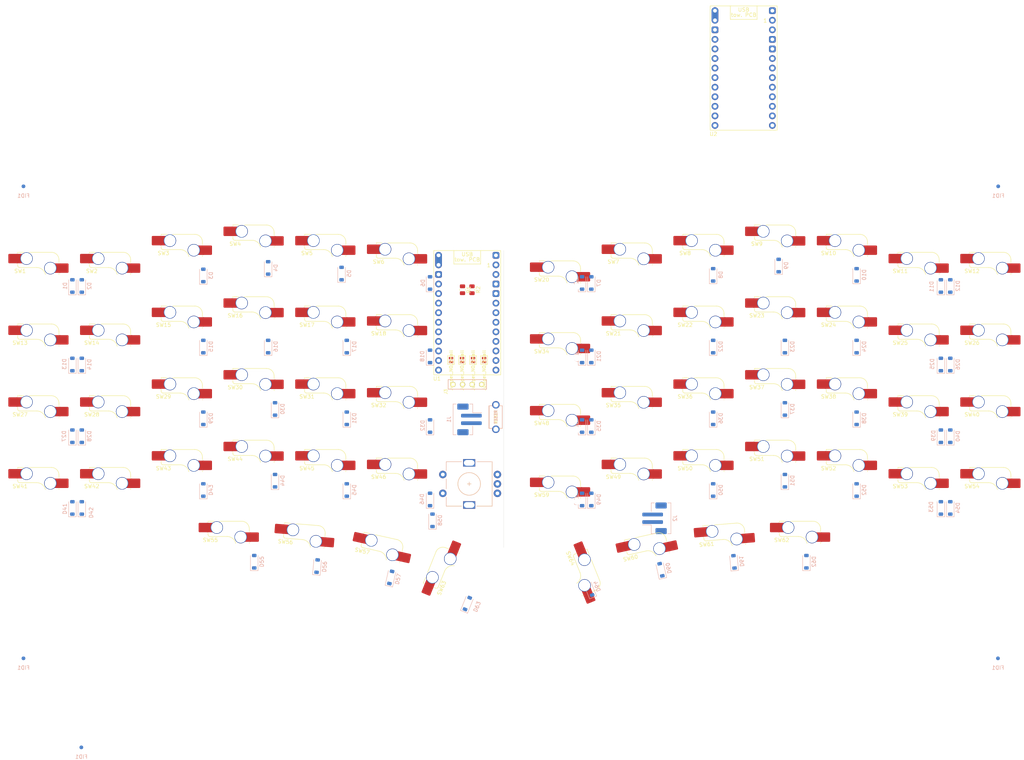
<source format=kicad_pcb>
(kicad_pcb (version 20240108) (generator "pcbnew") (generator_version "8.0")
  (layers (0 "F.Cu" signal) (31 "B.Cu" signal) (34 "B.Paste" user) (35 "F.Paste" user) (36 "B.SilkS" user "B.Silkscreen") (37 "F.SilkS" user "F.Silkscreen") (38 "B.Mask" user) (39 "F.Mask" user) (44 "Edge.Cuts" user))
  (net 0 "")
  (net 1 "COL0")
  (net 2 "COL1")
  (net 3 "COL10")
  (net 4 "COL11")
  (net 5 "COL12")
  (net 6 "COL13")
  (net 7 "COL2")
  (net 8 "COL3")
  (net 9 "COL4")
  (net 10 "COL5")
  (net 11 "COL6")
  (net 12 "COL8")
  (net 13 "COL9")
  (net 14 "N$1")
  (net 15 "N$2")
  (net 16 "N$3")
  (net 17 "N$4")
  (net 18 "COL14")
  (net 19 "N$10")
  (net 20 "N$11")
  (net 21 "N$12")
  (net 22 "N$13")
  (net 23 "N$14")
  (net 24 "N$15")
  (net 25 "N$16")
  (net 26 "N$17")
  (net 27 "N$18")
  (net 28 "N$20")
  (net 29 "N$21")
  (net 30 "N$22")
  (net 31 "N$23")
  (net 32 "N$24")
  (net 33 "N$25")
  (net 34 "N$26")
  (net 35 "N$27")
  (net 36 "N$28")
  (net 37 "N$29")
  (net 38 "N$30")
  (net 39 "N$31")
  (net 40 "N$32")
  (net 41 "ROW0")
  (net 42 "ROW1")
  (net 43 "ROW2")
  (net 44 "ROW3")
  (net 45 "ROW4")
  (net 46 "N$34")
  (net 47 "N$35")
  (net 48 "N$36")
  (net 49 "N$37")
  (net 50 "N$38")
  (net 51 "N$39")
  (net 52 "N$40")
  (net 53 "N$41")
  (net 54 "N$42")
  (net 55 "N$43")
  (net 56 "N$44")
  (net 57 "N$45")
  (net 58 "N$46")
  (net 59 "N$48")
  (net 60 "N$49")
  (net 61 "N$5")
  (net 62 "N$50")
  (net 63 "N$51")
  (net 64 "N$52")
  (net 65 "N$53")
  (net 66 "N$59")
  (net 67 "N$54")
  (net 68 "N$55")
  (net 69 "N$56")
  (net 70 "N$57")
  (net 71 "N$6")
  (net 72 "N$60")
  (net 73 "N$61")
  (net 74 "N$62")
  (net 75 "N$63")
  (net 76 "N$64")
  (net 77 "N$7")
  (net 78 "N$8")
  (net 79 "N$9")
  (net 80 "+BATT")
  (net 81 "GND")
  (net 90 "ROW5")
  (net 102 "ROW7")
  (net 103 "ROW6")
  (net 104 "ROW8")
  (net 105 "ROW9")
  (net 106 "+BATT2")
  (net 109 "VCC")
  (net 110 "Net-(J2-MountPin)")
  (net 111 "SCL")
  (net 112 "SDA")
  (net 113 "RESET")
  (net 114 "Net-(J3-P2)")
  (net 115 "Net-(J3-P3)")
  (net 116 "Net-(J3-P1)")
  (net 117 "Net-(J3-P4)")
  (net 118 "ENCB")
  (net 119 "ENCA")
  (net 120 "Net-(D58-A)")
  (footprint "PCM_marbastlib-mx:SW_MX_HS_CPG151101S11_1u" (layer "F.Cu") (at 179.574824 51.923)
    (property "Reference" "SW7")
    (property "Value" "SW_Push")
  )
  (footprint "PCM_marbastlib-mx:SW_MX_HS_CPG151101S11_1u" (layer "F.Cu") (at 79.13 104.3105)
    (property "Reference" "SW44")
    (property "Value" "SW_Push")
  )
  (footprint "PCM_marbastlib-mx:SW_MX_HS_CPG151101S11_1u" (layer "F.Cu") (at 179.574824 90.023)
    (property "Reference" "SW35")
    (property "Value" "SW_Push")
  )
  (footprint "PCM_marbastlib-mx:SW_MX_HS_CPG151101S11_1u" (layer "F.Cu") (at 179.574824 70.973)
    (property "Reference" "SW21")
    (property "Value" "SW_Push")
  )
  (footprint "PCM_marbastlib-mx:SW_MX_HS_CPG151101S11_1u" (layer "F.Cu") (at 117.23 51.923)
    (property "Reference" "SW6")
    (property "Value" "SW_Push")
  )
  (footprint "PCM_marbastlib-mx:SW_MX_HS_CPG151101S11_1u" (layer "F.Cu") (at 198.624824 68.686999)
    (property "Reference" "SW22")
    (property "Value" "SW_Push")
  )
  (footprint "" (layer "F.Cu") (at 148.87 87.21 90)
    (property "Reference" "")
    (property "Value" "")
  )
  (footprint "PCM_marbastlib-mx:SW_MX_HS_CPG151101S11_1u" (layer "F.Cu") (at 60.08 87.737)
    (property "Reference" "SW29")
    (property "Value" "SW_Push")
  )
  (footprint "marbastlib-xp-promicroish:SuperMini_nRF52840_AH_USBdn" (layer "F.Cu") (at 209.93 -0.01)
    (property "Reference" "U2")
    (property "Value" "SuperMini nRF52840")
  )
  (footprint "PCM_marbastlib-mx:SW_MX_HS_CPG151101S11_1u" (layer "F.Cu") (at 60.08 68.686999)
    (property "Reference" "SW15")
    (property "Value" "SW_Push")
  )
  (footprint "" (layer "F.Cu") (at 218.01 37.42)
    (property "Reference" "")
    (property "Value" "")
  )
  (footprint "" (layer "F.Cu") (at 22.68 181.23)
    (property "Reference" "")
    (property "Value" "")
  )
  (footprint "Resistor_SMD:R_0805_2012Metric" (layer "F.Cu") (at 137.77 57.6 -90)
    (property "Reference" "R2")
    (property "Value" "R")
  )
  (footprint "PCM_marbastlib-mx:SW_MX_HS_CPG151101S11_1u" (layer "F.Cu") (at 21.98 54.3995)
    (property "Reference" "SW1")
    (property "Value" "Rotary_Encoder_Switch")
  )
  (footprint "" (layer "F.Cu") (at 147.34 83.86 90)
    (property "Reference" "")
    (property "Value" "")
  )
  (footprint "" (layer "F.Cu") (at 221.35 135.67 180)
    (property "Reference" "")
    (property "Value" "")
  )
  (footprint "" (layer "F.Cu") (at 81.44 37.42)
    (property "Reference" "")
    (property "Value" "")
  )
  (footprint "" (layer "F.Cu") (at 225.76 135.67 180)
    (property "Reference" "")
    (property "Value" "")
  )
  (footprint "PCM_marbastlib-mx:SW_MX_HS_CPG151101S11_1u" (layer "F.Cu") (at 41.03 73.4495)
    (property "Reference" "SW14")
    (property "Value" "SW_Push")
  )
  (footprint "SofleKeyboard-footprint:RotaryEncoder_Alps_EC11E-Switch_Vertical_H20mm-keebio_modified" (layer "F.Cu") (at 137.023811 109.172125 180)
    (property "Reference" "SW99" (hide yes))
    (property "Value" "Rotary_Encoder_Switch")
  )
  (footprint "" (layer "F.Cu") (at 80.34 37.42)
    (property "Reference" "")
    (property "Value" "")
  )
  (footprint "PCM_marbastlib-mx:SW_MX_HS_CPG151101S11_1u" (layer "F.Cu") (at 21.98 111.5495)
    (property "Reference" "SW41")
    (property "Value" "SW_Push")
  )
  (footprint "PCM_marbastlib-mx:SW_MX_HS_CPG151101S11_1u" (layer "F.Cu") (at 79.13 66.2105)
    (property "Reference" "SW16")
    (property "Value" "SW_Push")
  )
  (footprint "PCM_marbastlib-mx:SW_MX_HS_CPG151101S11_1u" (layer "F.Cu") (at 274.824824 54.3995)
    (property "Reference" "SW12")
    (property "Value" "SW_Push")
  )
  (footprint "PCM_marbastlib-mx:SW_MX_HS_CPG151101S11_1u" (layer "F.Cu") (at 117.23 90.023)
    (property "Reference" "SW32")
    (property "Value" "SW_Push")
  )
  (footprint "PCM_marbastlib-mx:SW_MX_HS_CPG151101S11_1u" (layer "F.Cu") (at 274.824824 111.5495)
    (property "Reference" "SW54")
    (property "Value" "SW_Push")
  )
  (footprint "PCM_marbastlib-mx:SW_MX_HS_CPG151101S11_1u" (layer "F.Cu") (at 236.724824 68.686999)
    (property "Reference" "SW24")
    (property "Value" "SW_Push")
  )
  (footprint "" (layer "F.Cu") (at 148.87 82.8 90)
    (property "Reference" "")
    (property "Value" "")
  )
  (footprint "PCM_marbastlib-mx:SW_MX_HS_CPG151101S11_1.25u" (layer "F.Cu") (at 132.92 133.55 68)
    (property "Reference" "SW63")
    (property "Value" "SW_Push")
  )
  (footprint "" (layer "F.Cu") (at 147.34 84.97 90)
    (property "Reference" "")
    (property "Value" "")
  )
  (footprint "PCM_marbastlib-mx:SW_MX_HS_CPG151101S11_1u" (layer "F.Cu") (at 98.18 68.686999)
    (property "Reference" "SW17")
    (property "Value" "SW_Push")
  )
  (footprint "" (layer "F.Cu") (at 148.87 83.91 90)
    (property "Reference" "")
    (property "Value" "")
  )
  (footprint "PCM_marbastlib-mx:SW_MX_HS_CPG151101S11_1u" (layer "F.Cu") (at 160.524824 94.7855)
    (property "Reference" "SW48")
    (property "Value" "SW_Push")
  )
  (footprint "" (layer "F.Cu") (at 147.34 82.75 90)
    (property "Reference" "")
    (property "Value" "")
  )
  (footprint "PCM_marbastlib-mx:SW_MX_HS_CPG151101S11_1u" (layer "F.Cu") (at 98.18 106.787)
    (property "Reference" "SW45")
    (property "Value" "SW_Push")
  )
  (footprint "" (layer "F.Cu") (at 72.94 135.67 180)
    (property "Reference" "")
    (property "Value" "")
  )
  (footprint "" (layer "F.Cu") (at 79.23 37.42)
    (property "Reference" "")
    (property "Value" "")
  )
  (footprint "" (layer "F.Cu") (at 74.05 135.67 180)
    (property "Reference" "")
    (property "Value" "")
  )
  (footprint "PCM_marbastlib-mx:SW_MX_HS_CPG151101S11_1u" (layer "F.Cu") (at 41.03 54.3995)
    (property "Reference" "SW2")
    (property "Value" "Rotary_Encoder_Switch")
  )
  (footprint "PCM_marbastlib-mx:SW_MX_HS_CPG151101S11_1u" (layer "F.Cu") (at 79.13 85.2605)
    (property "Reference" "SW30")
    (property "Value" "SW_Push")
  )
  (footprint "" (layer "F.Cu") (at 148.87 85.02 90)
    (property "Reference" "")
    (property "Value" "")
  )
  (footprint "PCM_marbastlib-mx:SW_MX_HS_CPG151101S11_1u" (layer "F.Cu") (at 217.674824 66.2105)
    (property "Reference" "SW23")
    (property "Value" "SW_Push")
  )
  (footprint "" (layer "F.Cu") (at 20.46 181.23)
    (property "Reference" "")
    (property "Value" "")
  )
  (footprint "PCM_marbastlib-mx:SW_MX_HS_CPG151101S11_1u" (layer "F.Cu") (at 98.18 87.737)
    (property "Reference" "SW31")
    (property "Value" "SW_Push")
  )
  (footprint "PCM_marbastlib-mx:SW_MX_HS_CPG151101S11_1u" (layer "F.Cu") (at 217.674824 47.1605)
    (property "Reference" "SW9")
    (property "Value" "SW_Push")
  )
  (footprint "PCM_marbastlib-mx:SW_MX_HS_CPG151101S11_1u" (layer "F.Cu") (at 198.624824 106.787)
    (property "Reference" "SW50")
    (property "Value" "SW_Push")
  )
  (footprint "PCM_marbastlib-mx:SW_MX_HS_CPG151101S11_1u" (layer "F.Cu") (at 204.480484 126.638072 4.6)
    (property "Reference" "SW61")
    (property "Value" "SW_Push")
  )
  (footprint "" (layer "F.Cu") (at 214.71 37.42)
    (property "Reference" "")
    (property "Value" "")
  )
  (footprint "PCM_marbastlib-mx:SW_MX_HS_CPG151101S11_1u" (layer "F.Cu") (at 117.23 70.973)
    (property "Reference" "SW18")
    (property "Value" "SW_Push")
  )
  (footprint "PCM_marbastlib-mx:SW_MX_HS_CPG151101S11_1u" (layer "F.Cu") (at 160.524824 113.8355)
    (property "Reference" "SW59")
    (property "Value" "SW_Push")
  )
  (footprint "PCM_marbastlib-mx:SW_MX_HS_CPG151101S11_1u" (layer "F.Cu") (at 255.774824 111.5495)
    (property "Reference" "SW53")
    (property "Value" "SW_Push")
  )
  (footprint "PCM_marbastlib-mx:SW_MX_HS_CPG151101S11_1u" (layer "F.Cu") (at 60.08 49.637)
    (property "Reference" "SW3")
    (property "Value" "RotaryEncoder_Switch")
  )
  (footprint "" (layer "F.Cu") (at 82.53 37.42)
    (property "Reference" "")
    (property "Value" "")
  )
  (footprint "SofleKeyboard-footprint:TACT_SWITCH_TVBP06" (layer "F.Cu") (at 144.11 91.41 90)
    (property "Reference" "RSW1" (hide yes))
    (property "Value" "SW_RST" (hide yes))
  )
  (footprint "" (layer "F.Cu") (at 216.92 37.42)
    (property "Reference" "")
    (property "Value" "")
  )
  (footprint "PCM_marbastlib-mx:SW_MX_HS_CPG151101S11_1u" (layer "F.Cu") (at 117.23 109.073)
    (property "Reference" "SW46")
    (property "Value" "SW_Push")
  )
  (footprint "" (layer "F.Cu") (at 70.75 135.67 180)
    (property "Reference" "")
    (property "Value" "")
  )
  (footprint "PCM_marbastlib-mx:SW_MX_HS_CPG151101S11_1u" (layer "F.Cu") (at 21.98 73.4495)
    (property "Reference" "SW13")
    (property "Value" "SW_Push")
  )
  (footprint "PCM_marbastlib-mx:SW_MX_HS_CPG151101S11_1u" (layer "F.Cu") (at 255.774824 54.3995)
    (property "Reference" "SW11")
    (property "Value" "SW_Push")
  )
  (footprint "" (layer "F.Cu") (at 222.44 135.67 180)
    (property "Reference" "")
    (property "Value" "")
  )
  (footprint "" (layer "F.Cu") (at 78.12 37.42)
    (property "Reference" "")
    (property "Value" "")
  )
  (footprint "PCM_marbastlib-mx:SW_MX_HS_CPG151101S11_1u" (layer "F.Cu") (at 79.13 47.1605)
    (property "Reference" "SW4")
    (property "Value" "SW_Push")
  )
  (footprint "PCM_marbastlib-mx:SW_MX_HS_CPG151101S11_1.25u" (layer "F.Cu") (at 163.884824 133.55 -68)
    (property "Reference" "SW64")
    (property "Value" "SW_Push")
  )
  (footprint "" (layer "F.Cu") (at 148.87 86.12 90)
    (property "Reference" "")
    (property "Value" "")
  )
  (footprint "PCM_marbastlib-mx:SW_MX_HS_CPG151101S11_1u" (layer "F.Cu") (at 255.774824 73.4495)
    (property "Reference" "SW25")
    (property "Value" "SW_Push")
  )
  (footprint "" (layer "F.Cu") (at 18.27 181.23)
    (property "Reference" "")
    (property "Value" "")
  )
  (footprint "PCM_marbastlib-mx:SW_MX_HS_CPG151101S11_1u" (layer "F.Cu") (at 98.18 49.637)
    (property "Reference" "SW5")
    (property "Value" "SW_Push")
  )
  (footprint "" (layer "F.Cu") (at 147.34 87.16 90)
    (property "Reference" "")
    (property "Value" "")
  )
  (footprint "Resistor_SMD:R_0805_2012Metric" (layer "F.Cu") (at 135.25 57.6 -90)
    (property "Reference" "R1")
    (property "Value" "R")
  )
  (footprint "PCM_marbastlib-mx:SW_MX_HS_CPG151101S11_1u" (layer "F.Cu") (at 236.724824 106.787)
    (property "Reference" "SW52")
    (property "Value" "SW_Push")
  )
  (footprint "PCM_marbastlib-mx:SW_MX_HS_CPG151101S11_1u" (layer "F.Cu") (at 112.390416 129.659987 -12.5)
    (property "Reference" "SW57")
    (property "Value" "SW_Push")
  )
  (footprint "PCM_marbastlib-mx:SW_MX_HS_CPG151101S11_1u" (layer "F.Cu") (at 92.32434 126.638072 -4.6)
    (property "Reference" "SW56")
    (property "Value" "SW_Push")
  )
  (footprint "PCM_marbastlib-mx:SW_MX_HS_CPG151101S11_1u" (layer "F.Cu") (at 160.524824 75.7355)
    (property "Reference" "SW34")
    (property "Value" "SW_Push")
  )
  (footprint "PCM_marbastlib-mx:SW_MX_HS_CPG151101S11_1u" (layer "F.Cu") (at 160.524824 56.6855)
    (property "Reference" "SW20")
    (property "Value" "SW_Push")
  )
  (footprint "PCM_marbastlib-mx:SW_MX_HS_CPG151101S11_1u" (layer "F.Cu") (at 236.724824 87.737)
    (property "Reference" "SW38")
    (property "Value" "SW_Push")
  )
  (footprint "" (layer "F.Cu") (at 224.65 135.67 180)
    (property "Reference" "")
    (property "Value" "")
  )
  (footprint "PCM_marbastlib-mx:SW_MX_HS_CPG151101S11_1u" (layer "F.Cu") (at 179.574824 109.073)
    (property "Reference" "SW49")
    (property "Value" "SW_Push")
  )
  (footprint "PCM_marbastlib-mx:SW_MX_HS_CPG151101S11_1u" (layer "F.Cu") (at 184.414408 129.659987 12.5)
    (property "Reference" "SW60")
    (property "Value" "SW_Push")
  )
  (footprint "SofleKeyboard-footprint:Jumper" (layer "F.Cu") (at 132.202 76.26038 90)
    (property "Reference" "JP1" (hide yes))
    (property "Value" "Jumper_NO_Small")
  )
  (footprint "" (layer "F.Cu") (at 213.6 37.42)
    (property "Reference" "")
    (property "Value" "")
  )
  (footprint "PCM_marbastlib-mx:SW_MX_HS_CPG151101S11_1u" (layer "F.Cu") (at 60.08 106.787)
    (property "Reference" "SW43")
    (property "Value" "SW_Push")
  )
  (footprint "SofleKeyboard-footprint:Jumper" (layer "F.Cu") (at 138.058 76.26038 90)
    (property "Reference" "JP3" (hide yes))
    (property "Value" "Jumper_NO_Small")
  )
  (footprint "" (layer "F.Cu") (at 147.34 86.07 90)
    (property "Reference" "")
    (property "Value" "")
  )
  (footprint "" (layer "F.Cu") (at 223.54 135.67 180)
    (property "Reference" "")
    (property "Value" "")
  )
  (footprint "SofleKeyboard-footprint:Jumper" (layer "F.Cu") (at 140.986 76.26038 90)
    (property "Reference" "JP4" (hide yes))
    (property "Value" "Jumper_NO_Small")
  )
  (footprint "" (layer "F.Cu") (at 71.84 135.67 180)
    (property "Reference" "")
    (property "Value" "")
  )
  (footprint "PCM_marbastlib-mx:SW_MX_HS_CPG151101S11_1u" (layer "F.Cu") (at 21.98 92.4995)
    (property "Reference" "SW27")
    (property "Value" "SW_Push")
  )
  (footprint "PCM_marbastlib-mx:SW_MX_HS_CPG151101S11_1u" (layer "F.Cu") (at 72.53 125.837)
    (property "Reference" "SW55")
    (property "Value" "SW_Push")
  )
  (footprint "PCM_marbastlib-mx:SW_MX_HS_CPG151101S11_1u" (layer "F.Cu") (at 224.274824 125.837)
    (property "Reference" "SW62")
    (property "Value" "SW_Push")
  )
  (footprint "PCM_marbastlib-mx:SW_MX_HS_CPG151101S11_1u" (layer "F.Cu") (at 198.624824 49.637)
    (property "Reference" "SW8")
    (property "Value" "SW_Push")
  )
  (footprint "" (layer "F.Cu") (at 19.36 181.23)
    (property "Reference" "")
    (property "Value" "")
  )
  (footprint "PCM_marbastlib-mx:SW_MX_HS_CPG151101S11_1u" (layer "F.Cu") (at 217.674824 85.2605)
    (property "Reference" "SW37")
    (property "Value" "SW_Push")
  )
  (footprint "SofleKeyboard-footprint:Jumper" (layer "F.Cu") (at 135.13 76.26038 90)
    (property "Reference" "JP2" (hide yes))
    (property "Value" "Jumper_NO_Small")
  )
  (footprint "PCM_marbastlib-mx:SW_MX_HS_CPG151101S11_1u" (layer "F.Cu") (at 274.824824 92.4995)
    (property "Reference" "SW40")
    (property "Value" "SW_Push")
  )
  (footprint "PCM_marbastlib-mx:SW_MX_HS_CPG151101S11_1u" (layer "F.Cu") (at 41.03 92.4995)
    (property "Reference" "SW28")
    (property "Value" "SW_Push")
  )
  (footprint "PCM_marbastlib-mx:SW_MX_HS_CPG151101S11_1u" (layer "F.Cu") (at 274.824824 73.4495)
    (property "Reference" "SW26")
    (property "Value" "SW_Push")
  )
  (footprint "PCM_marbastlib-mx:SW_MX_HS_CPG151101S11_1u" (layer "F.Cu") (at 236.724824 49.637)
    (property "Reference" "SW10")
    (property "Value" "SW_Push")
  )
  (footprint "PCM_marbastlib-mx:SW_MX_HS_CPG151101S11_1u" (layer "F.Cu") (at 41.03 111.5495)
    (property "Reference" "SW42")
    (property "Value" "SW_Push")
  )
  (footprint "" (layer "F.Cu") (at 215.82 37.42)
    (property "Reference" "")
    (property "Value" "")
  )
  (footprint "PCM_marbastlib-mx:SW_MX_HS_CPG151101S11_1u" (layer "F.Cu") (at 255.774824 92.4995)
    (property "Reference" "SW39")
    (property "Value" "SW_Push")
  )
  (footprint "" (layer "F.Cu") (at 21.57 181.23)
    (property "Reference" "")
    (property "Value" "")
  )
  (footprint "SofleKeyboard-footprint:OLED_4Pin" (layer "F.Cu") (at 132.72 82.75)
    (property "Reference" "J3")
    (property "Value" "OLED" (hide yes))
  )
  (footprint "" (layer "F.Cu") (at 75.16 135.67 180)
    (property "Reference" "")
    (property "Value" "")
  )
  (footprint "marbastlib-xp-promicroish:SuperMini_nRF52840_AH_USBdn" (layer "F.Cu") (at 136.51 64.9675)
    (property "Reference" "U1")
    (property "Value" "SuperMini nRF52840")
  )
  (footprint "PCM_marbastlib-mx:SW_MX_HS_CPG151101S11_1u" (layer "F.Cu") (at 198.624824 87.737)
    (property "Reference" "SW36")
    (property "Value" "SW_Push")
  )
  (footprint "PCM_marbastlib-mx:SW_MX_HS_CPG151101S11_1u" (layer "F.Cu") (at 217.674824 104.3105)
    (property "Reference" "SW51")
    (property "Value" "SW_Push")
  )
  (footprint "Diode_SMD:D_SOD-123" (layer "B.Cu") (at 201.83 53.637 90)
    (property "Reference" "D8")
    (property "Value" "D")
  )
  (footprint "Diode_SMD:D_SOD-123" (layer "B.Cu") (at 66.41 72.686999 90)
    (property "Reference" "D15")
    (property "Value" "D")
  )
  (footprint "Diode_SMD:D_SOD-123" (layer "B.Cu") (at 167.0125 93.7995 90)
    (property "Reference" "D48")
    (property "Value" "D")
  )
  (footprint "Diode_SMD:D_SOD-123" (layer "B.Cu") (at 187.969676 131.974131 102.5)
    (property "Reference" "D60")
    (property "Value" "D")
  )
  (footprint "Diode_SMD:D_SOD-123" (layer "B.Cu") (at 31.63 56.5995 90)
    (property "Reference" "D1")
    (property "Value" "D")
  )
  (footprint "Diode_SMD:D_SOD-123" (layer "B.Cu") (at 136.540042 140.945787 68)
    (property "Reference" "D63")
    (property "Value" "D")
  )
  (footprint "Diode_SMD:D_SOD-123" (layer "B.Cu") (at 126.63 75.2995 90)
    (property "Reference" "D18")
    (property "Value" "D")
  )
  (footprint "Diode_SMD:D_SOD-123" (layer "B.Cu") (at 239.93 91.737 90)
    (property "Reference" "D38")
    (property "Value" "D")
  )
  (footprint "Diode_SMD:D_SOD-123" (layer "B.Cu") (at 34.13 77.4495 90)
    (property "Reference" "D14")
    (property "Value" "D")
  )
  (footprint "Diode_SMD:D_SOD-123" (layer "B.Cu") (at 66.41 110.787 90)
    (property "Reference" "D43")
    (property "Value" "D")
  )
  (footprint "Diode_SMD:D_SOD-123" (layer "B.Cu") (at 167.0125 113.2995 90)
    (property "Reference" "D59")
    (property "Value" "D")
  )
  (footprint "Diode_SMD:D_SOD-123" (layer "B.Cu") (at 85.46 108.3105 90)
    (property "Reference" "D44")
    (property "Value" "D")
  )
  (footprint "Diode_SMD:D_SOD-123" (layer "B.Cu") (at 167.0125 55.7995 90)
    (property "Reference" "D20")
    (property "Value" "D")
  )
  (footprint "Fiducial:Fiducial_1mm_Dia_2.54mm_Outer_CopperTop" (layer "B.Cu") (at 34.01 179.15)
    (property "Reference" "FID1")
    (property "Value" "Fiducial")
  )
  (footprint "Diode_SMD:D_SOD-123" (layer "B.Cu") (at 83.63 72.686999 90)
    (property "Reference" "D16")
    (property "Value" "D")
  )
  (footprint "Diode_SMD:D_SOD-123" (layer "B.Cu") (at 264.8125 96.4995 90)
    (property "Reference" "D40")
    (property "Value" "D")
  )
  (footprint "Diode_SMD:D_SOD-123" (layer "B.Cu") (at 239.93 110.787 90)
    (property "Reference" "D52")
    (property "Value" "D")
  )
  (footprint "Connector_JST:JST_PH_B2B-PH-SM4-TB_1x02-1MP_P2.00mm_Vertical" (layer "B.Cu") (at 137.11 92.04 -90)
    (property "Reference" "J1")
    (property "Value" "Battery")
  )
  (footprint "Diode_SMD:D_SOD-123" (layer "B.Cu") (at 116.19 134.0195 77.5)
    (property "Reference" "D57")
    (property "Value" "D")
  )
  (footprint "Diode_SMD:D_SOD-123" (layer "B.Cu") (at 169.060145 137.139784 112)
    (property "Reference" "D64")
    (property "Value" "D")
  )
  (footprint "Diode_SMD:D_SOD-123" (layer "B.Cu") (at 262.3125 96.4995 90)
    (property "Reference" "D39")
    (property "Value" "D")
  )
  (footprint "Diode_SMD:D_SOD-123" (layer "B.Cu") (at 201.83 110.787 90)
    (property "Reference" "D50")
    (property "Value" "D")
  )
  (footprint "Diode_SMD:D_SOD-123" (layer "B.Cu") (at 126.63 93.7995 90)
    (property "Reference" "D32")
    (property "Value" "D")
  )
  (footprint "Diode_SMD:D_SOD-123" (layer "B.Cu") (at 127.28 118.8375 90)
    (property "Reference" "D58")
    (property "Value" "D")
  )
  (footprint "Diode_SMD:D_SOD-123" (layer "B.Cu") (at 262.3125 77.4495 90)
    (property "Reference" "D25")
    (property "Value" "D")
  )
  (footprint "Diode_SMD:D_SOD-123" (layer "B.Cu") (at 226.595 129.837 90)
    (property "Reference" "D62")
    (property "Value" "D")
  )
  (footprint "Diode_SMD:D_SOD-123" (layer "B.Cu") (at 126.63 113.2995 90)
    (property "Reference" "D46")
    (property "Value" "D")
  )
  (footprint "Diode_SMD:D_SOD-123" (layer "B.Cu") (at 220.88 72.686999 90)
    (property "Reference" "D23")
    (property "Value" "D")
  )
  (footprint "Diode_SMD:D_SOD-123" (layer "B.Cu") (at 169.4625 75.2995 90)
    (property "Reference" "D21")
    (property "Value" "D")
  )
  (footprint "Diode_SMD:D_SOD-123" (layer "B.Cu") (at 104.51 72.686999 90)
    (property "Reference" "D17")
    (property "Value" "D")
  )
  (footprint "Diode_SMD:D_SOD-123" (layer "B.Cu") (at 239.93 72.686999 90)
    (property "Reference" "D24")
    (property "Value" "D")
  )
  (footprint "Diode_SMD:D_SOD-123" (layer "B.Cu") (at 207.356772 129.871713 95)
    (property "Reference" "D61")
    (property "Value" "D")
  )
  (footprint "Diode_SMD:D_SOD-123" (layer "B.Cu") (at 104.51 110.787 90)
    (property "Reference" "D45")
    (property "Value" "D")
  )
  (footprint "Diode_SMD:D_SOD-123" (layer "B.Cu") (at 264.8125 115.5495 90)
    (property "Reference" "D54")
    (property "Value" "D")
  )
  (footprint "Fiducial:Fiducial_1mm_Dia_2.54mm_Outer_CopperTop" (layer "B.Cu") (at 277.540018 30.135)
    (property "Reference" "FID1")
    (property "Value" "Fiducial")
  )
  (footprint "Fiducial:Fiducial_1mm_Dia_2.54mm_Outer_CopperTop" (layer "B.Cu") (at 18.64 30.135)
    (property "Reference" "FID1")
    (property "Value" "Fiducial")
  )
  (footprint "Fiducial:Fiducial_1mm_Dia_2.54mm_Outer_CopperTop" (layer "B.Cu") (at 277.47 155.5)
    (property "Reference" "FID1")
    (property "Value" "Fiducial")
  )
  (footprint "Diode_SMD:D_SOD-123" (layer "B.Cu") (at 31.63 77.4495 90)
    (property "Reference" "D13")
    (property "Value" "D")
  )
  (footprint "Diode_SMD:D_SOD-123" (layer "B.Cu") (at 239.93 53.637 90)
    (property "Reference" "D10")
    (property "Value" "D")
  )
  (footprint "Diode_SMD:D_SOD-123" (layer "B.Cu") (at 34.13 56.5995 90)
    (property "Reference" "D2")
    (property "Value" "D")
  )
  (footprint "Diode_SMD:D_SOD-123" (layer "B.Cu") (at 85.46 89.2605 90)
    (property "Reference" "D30")
    (property "Value" "D")
  )
  (footprint "Diode_SMD:D_SOD-123" (layer "B.Cu") (at 31.63 96.4995 90)
    (property "Reference" "D27")
    (property "Value" "D")
  )
  (footprint "Diode_SMD:D_SOD-123" (layer "B.Cu") (at 66.41 91.737 90)
    (property "Reference" "D29")
    (property "Value" "D")
  )
  (footprint "Diode_SMD:D_SOD-123" (layer "B.Cu") (at 31.63 115.5495 90)
    (property "Reference" "D41")
    (property "Value" "D")
  )
  (footprint "Diode_SMD:D_SOD-123" (layer "B.Cu") (at 126.63 55.7995 90)
    (property "Reference" "D6")
    (property "Value" "D")
  )
  (footprint "Diode_SMD:D_SOD-123" (layer "B.Cu") (at 264.8125 56.5995 90)
    (property "Reference" "D12")
    (property "Value" "D")
  )
  (footprint "Diode_SMD:D_SOD-123" (layer "B.Cu") (at 169.4625 55.7995 90)
    (property "Reference" "D7")
    (property "Value" "D")
  )
  (footprint "Diode_SMD:D_SOD-123" (layer "B.Cu") (at 201.83 72.686999 90)
    (property "Reference" "D22")
    (property "Value" "D")
  )
  (footprint "Fiducial:Fiducial_1mm_Dia_2.54mm_Outer_CopperTop" (layer "B.Cu") (at 18.64 155.5)
    (property "Reference" "FID1")
    (property "Value" "Fiducial")
  )
  (footprint "Diode_SMD:D_SOD-123" (layer "B.Cu") (at 220.88 108.3105 90)
    (property "Reference" "D51")
    (property "Value" "D")
  )
  (footprint "Diode_SMD:D_SOD-123" (layer "B.Cu") (at 104.51 91.737 90)
    (property "Reference" "D31")
    (property "Value" "D")
  )
  (footprint "Diode_SMD:D_SOD-123" (layer "B.Cu") (at 83.63 51.7995 90)
    (property "Reference" "D4")
    (property "Value" "D")
  )
  (footprint "Diode_SMD:D_SOD-123" (layer "B.Cu") (at 264.8125 77.4495 90)
    (property "Reference" "D26")
    (property "Value" "D")
  )
  (footprint "Diode_SMD:D_SOD-123" (layer "B.Cu") (at 103.13 53.2995 90)
    (property "Reference" "D5")
    (property "Value" "D")
  )
  (footprint "Diode_SMD:D_SOD-123" (layer "B.Cu") (at 167.0125 75.2995 90)
    (property "Reference" "D34")
    (property "Value" "D")
  )
  (footprint "Diode_SMD:D_SOD-123" (layer "B.Cu") (at 34.13 96.4995 90)
    (property "Reference" "D28")
    (property "Value" "D")
  )
  (footprint "Diode_SMD:D_SOD-123" (layer "B.Cu") (at 96.63 130.9995 85)
    (property "Reference" "D56")
    (property "Value" "D")
  )
  (footprint "Diode_SMD:D_SOD-123" (layer "B.Cu") (at 169.4625 93.7995 90)
    (property "Reference" "D35")
    (property "Value" "D")
  )
  (footprint "Diode_SMD:D_SOD-123" (layer "B.Cu") (at 262.3125 56.5995 90)
    (property "Reference" "D11")
    (property "Value" "D")
  )
  (footprint "Diode_SMD:D_SOD-123" (layer "B.Cu") (at 66.41 53.7995 90)
    (property "Reference" "D3")
    (property "Value" "D")
  )
  (footprint "Diode_SMD:D_SOD-123" (layer "B.Cu") (at 220.88 89.2605 90)
    (property "Reference" "D37")
    (property "Value" "D")
  )
  (footprint "Diode_SMD:D_SOD-123" (layer "B.Cu") (at 79.9355 129.837 90)
    (property "Reference" "D55")
    (property "Value" "D")
  )
  (footprint "Diode_SMD:D_SOD-123" (layer "B.Cu") (at 34.13 115.5495 90)
    (property "Reference" "D42")
    (property "Value" "D")
  )
  (footprint "Diode_SMD:D_SOD-123" (layer "B.Cu") (at 219.2225 51.1705 90)
    (property "Reference" "D9")
    (property "Value" "D")
  )
  (footprint "Diode_SMD:D_SOD-123" (layer "B.Cu") (at 262.3125 115.5495 90)
    (property "Reference" "D53")
    (property "Value" "D")
  )
  (footprint "Connector_JST:JST_PH_B2B-PH-SM4-TB_1x02-1MP_P2.00mm_Vertical" (layer "B.Cu") (at 186.25 118.3005 90)
    (property "Reference" "J2")
    (property "Value" "Battery")
  )
  (footprint "Diode_SMD:D_SOD-123" (layer "B.Cu") (at 201.83 91.737 90)
    (property "Reference" "D36")
    (property "Value" "D")
  )
  (footprint "Diode_SMD:D_SOD-123" (layer "B.Cu") (at 169.4625 113.2995 90)
    (property "Reference" "D49")
    (property "Value" "D")
  )
  (gr_line (start 146.24 126.08) (end 146.24 47.129984) (stroke (width 0.05)) (layer "Edge.Cuts"))
)
</source>
